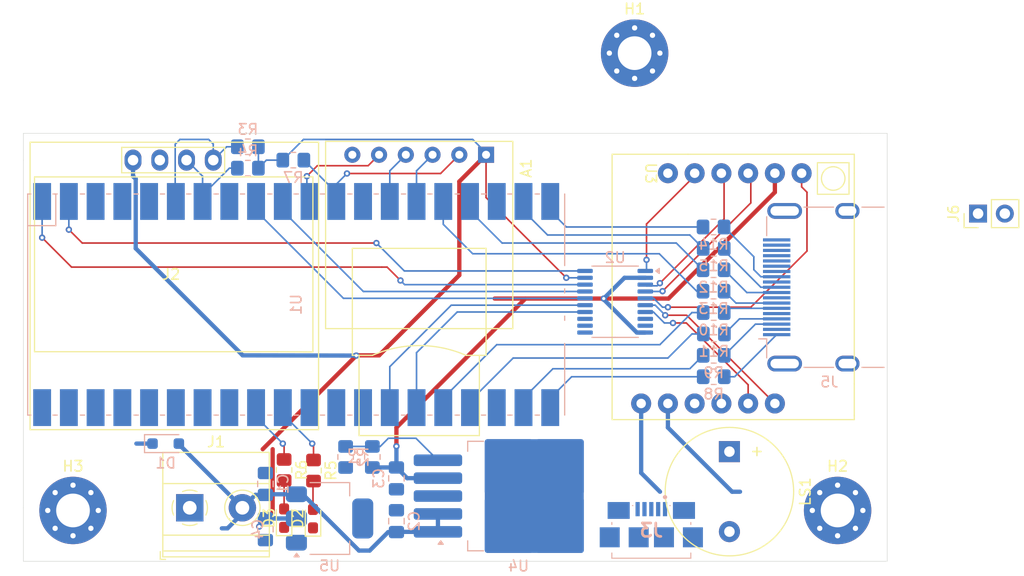
<source format=kicad_pcb>
(kicad_pcb (version 20221018) (generator pcbnew)
  (layers (0 "F.Cu" signal) (31 "B.Cu" signal) (34 "B.Paste" user) (35 "F.Paste" user) (36 "B.SilkS" user "B.Silkscreen") (37 "F.SilkS" user "F.Silkscreen") (38 "B.Mask" user) (39 "F.Mask" user) (44 "Edge.Cuts" user))
  (net 0 "")
  (net 1 "V_IN")
  (net 2 "GND")
  (net 3 "4V")
  (net 4 "3V3")
  (net 5 "Net-(D1-K)")
  (net 6 "Net-(D2-A)")
  (net 7 "Net-(D3-A)")
  (net 8 "Net-(J5-D2+)")
  (net 9 "Net-(J5-D2-)")
  (net 10 "Net-(J5-D1+)")
  (net 11 "Net-(J5-D1-)")
  (net 12 "Net-(J5-D0+)")
  (net 13 "Net-(J5-D0-)")
  (net 14 "Net-(J5-CK+)")
  (net 15 "Net-(J5-CK-)")
  (net 20 "5V_HDMI")
  (net 22 "Net-(U3-SPK+)")
  (net 23 "Net-(U3-SPK-)")
  (net 24 "Net-(U4-ADJ)")
  (net 25 "SDA")
  (net 26 "SCL")
  (net 27 "LED1")
  (net 28 "LED2")
  (net 29 "SD_CS")
  (net 30 "PICO_D2+")
  (net 31 "PICO_D2-")
  (net 32 "PICO_D1-")
  (net 33 "PICO_D1+")
  (net 34 "PICO_D0-")
  (net 35 "PICO_D0+")
  (net 36 "PICO_CK-")
  (net 37 "PICO_CK+")
  (net 38 "SIM_TX")
  (net 39 "SIM_RX")
  (net 40 "SIM_RST")
  (net 41 "SIM_NET")
  (net 42 "SIM_RING")
  (net 43 "SIM_DTR")
  (net 48 "PICO_DTR")
  (net 49 "PICO_RING")
  (net 50 "PICO_NET")
  (net 51 "PICO_RST")
  (net 52 "PICO_TX")
  (net 53 "PICO_RX")
  (net 54 "MISO")
  (net 55 "SCK")
  (net 56 "MOSI")
  (net 63 "5V")
  (footprint "MountingHole:MountingHole_3.2mm_M3_Pad_Via" (layer "F.Cu") (at 151.778 84.836)
    (fp_text reference "H1")
    (fp_text value "MountingHole_Pad")
  )
  (footprint "LED_SMD:LED_0603_1608Metric_Pad1.05x0.95mm_HandSolder" (layer "F.Cu") (at 118.487 129 90)
    (fp_text reference "D3")
    (fp_text value "LED")
  )
  (footprint "MountingHole:MountingHole_3.2mm_M3_Pad_Via" (layer "F.Cu") (at 98.438 128.27)
    (fp_text reference "H3")
    (fp_text value "MountingHole_Pad")
  )
  (footprint "Buzzer_Beeper:Buzzer_12x9.5RM7.6" (layer "F.Cu") (at 160.782 122.682 -90)
    (fp_text reference "LS1")
    (fp_text value "Speaker")
  )
  (footprint "SSD1306:128x64OLED" (layer "F.Cu") (at 107.76 105.596)
    (fp_text reference "J2")
    (fp_text value "OLED Display")
  )
  (footprint "SIM800L:SIM800L-CORE" (layer "F.Cu") (at 167.64 96.24 -90)
    (fp_text reference "U3")
    (fp_text value "SIM800L-CORE")
  )
  (footprint "TerminalBlock_Phoenix:TerminalBlock_Phoenix_MKDS-1,5-2_1x02_P5.00mm_Horizontal" (layer "F.Cu") (at 109.526 128.016)
    (fp_text reference "J1")
    (fp_text value "5V_in")
  )
  (footprint "Charleslabs_Parts:SD_Card_Module" (layer "F.Cu") (at 137.668 94.488 -90)
    (fp_text reference "A1")
    (fp_text value "SD_Card_Module")
  )
  (footprint "LED_SMD:LED_0603_1608Metric_Pad1.05x0.95mm_HandSolder" (layer "F.Cu") (at 121.231 129.048 90)
    (fp_text reference "D2")
    (fp_text value "LED")
  )
  (footprint "MountingHole:MountingHole_3.2mm_M3_Pad_Via" (layer "F.Cu") (at 171.056 128.27)
    (fp_text reference "H2")
    (fp_text value "MountingHole_Pad")
  )
  (footprint "Resistor_SMD:R_0805_2012Metric_Pad1.20x1.40mm_HandSolder" (layer "F.Cu") (at 121.281 124.476 -90)
    (fp_text reference "R5")
    (fp_text value "3k")
  )
  (footprint "Resistor_SMD:R_0805_2012Metric_Pad1.20x1.40mm_HandSolder" (layer "F.Cu") (at 118.487 124.428 -90)
    (fp_text reference "R6")
    (fp_text value "3k")
  )
  (footprint "Connector_PinHeader_2.54mm:PinHeader_1x02_P2.54mm_Vertical" (layer "F.Cu") (at 184.399 100.076 90)
    (fp_text reference "J6")
    (fp_text value "no_fit" hide)
  )
  (footprint "Resistor_SMD:R_0805_2012Metric_Pad1.20x1.40mm_HandSolder" (layer "B.Cu") (at 126.869 123.19 -90)
    (fp_text reference "R1")
    (fp_text value "22k")
  )
  (footprint "Capacitor_SMD:C_0805_2012Metric_Pad1.18x1.45mm_HandSolder" (layer "B.Cu") (at 116.709 125.7515 90)
    (fp_text reference "C1")
    (fp_text value "22u")
  )
  (footprint "Resistor_SMD:R_0805_2012Metric_Pad1.20x1.40mm_HandSolder" (layer "B.Cu") (at 159.29 109.474)
    (fp_text reference "R10")
    (fp_text value "270")
  )
  (footprint "RPi_Pico:RPi_Pico_SMD" (layer "B.Cu") (at 119.634 108.712 -90)
    (fp_text reference "U1")
    (fp_text value "Pico_SMD_NODEBUG" hide)
  )
  (footprint "Diode_SMD:D_SOD-323_HandSoldering" (layer "B.Cu") (at 107.24 121.92)
    (fp_text reference "D1")
    (fp_text value "D_Schottky")
  )
  (footprint "Capacitor_SMD:C_0805_2012Metric_Pad1.18x1.45mm_HandSolder" (layer "B.Cu") (at 116.709 130.048 -90)
    (fp_text reference "C4")
    (fp_text value "22u")
  )
  (footprint "Resistor_SMD:R_0805_2012Metric_Pad1.20x1.40mm_HandSolder" (layer "B.Cu") (at 159.306 111.506)
    (fp_text reference "R11")
    (fp_text value "270")
  )
  (footprint "Resistor_SMD:R_0805_2012Metric_Pad1.20x1.40mm_HandSolder" (layer "B.Cu") (at 115.046 93.726 180)
    (fp_text reference "R3")
    (fp_text value "10k")
  )
  (footprint "Resistor_SMD:R_0805_2012Metric_Pad1.20x1.40mm_HandSolder" (layer "B.Cu") (at 159.274 105.41)
    (fp_text reference "R12")
    (fp_text value "270")
  )
  (footprint "microUSB:ZX62AB5PA31" (layer "B.Cu") (at 153.364 130.157 180)
    (fp_text reference "J3")
    (fp_text value "ZX62-AB-5PA_31_" hide)
  )
  (footprint "Resistor_SMD:R_0805_2012Metric_Pad1.20x1.40mm_HandSolder" (layer "B.Cu") (at 124.329 123.19 90)
    (fp_text reference "R2")
    (fp_text value "10k")
  )
  (footprint "Package_TO_SOT_SMD:TO-263-5_TabPin3" (layer "B.Cu") (at 140.748 126.902)
    (fp_text reference "U4")
    (fp_text value "MIC29302WU")
  )
  (footprint "Package_TO_SOT_SMD:SOT-223-3_TabPin2" (layer "B.Cu") (at 122.805 129.032)
    (fp_text reference "U5")
    (fp_text value "AMS1117-3.3")
  )
  (footprint "Resistor_SMD:R_0805_2012Metric_Pad1.20x1.40mm_HandSolder" (layer "B.Cu") (at 159.274 107.442)
    (fp_text reference "R13")
    (fp_text value "270")
  )
  (footprint "Connector_HDMI:HDMI_A_Molex_208658-1001_Horizontal" (layer "B.Cu") (at 168.555 107.072)
    (fp_text reference "J5")
    (fp_text value "HDMI_A")
  )
  (footprint "Capacitor_SMD:C_0805_2012Metric_Pad1.18x1.45mm_HandSolder" (layer "B.Cu") (at 129.155 129.286 90)
    (fp_text reference "C2")
    (fp_text value "10u")
  )
  (footprint "Resistor_SMD:R_0805_2012Metric_Pad1.20x1.40mm_HandSolder" (layer "B.Cu") (at 115.046 95.758 180)
    (fp_text reference "R4")
    (fp_text value "10k")
  )
  (footprint "Resistor_SMD:R_0805_2012Metric_Pad1.20x1.40mm_HandSolder" (layer "B.Cu") (at 159.29 113.538)
    (fp_text reference "R9")
    (fp_text value "270")
  )
  (footprint "Resistor_SMD:R_0805_2012Metric_Pad1.20x1.40mm_HandSolder" (layer "B.Cu") (at 159.29 115.57)
    (fp_text reference "R8")
    (fp_text value "270")
  )
  (footprint "Resistor_SMD:R_0805_2012Metric_Pad1.20x1.40mm_HandSolder" (layer "B.Cu") (at 159.274 101.346)
    (fp_text reference "R14")
    (fp_text value "270")
  )
  (footprint "Capacitor_SMD:C_0805_2012Metric_Pad1.18x1.45mm_HandSolder" (layer "B.Cu") (at 129.155 125.222 -90)
    (fp_text reference "C3")
    (fp_text value "22u")
  )
  (footprint "Resistor_SMD:R_0805_2012Metric_Pad1.20x1.40mm_HandSolder" (layer "B.Cu") (at 119.364 94.996)
    (fp_text reference "R7")
    (fp_text value "10k")
  )
  (footprint "Resistor_SMD:R_0805_2012Metric_Pad1.20x1.40mm_HandSolder" (layer "B.Cu") (at 159.29 103.378)
    (fp_text reference "R15")
    (fp_text value "270")
  )
  (footprint "Package_SO:TSSOP-20_4.4x6.5mm_P0.65mm" (layer "B.Cu") (at 149.9285 108.447 180)
    (fp_text reference "U2")
    (fp_text value "TXS0108EPW")
  )
  (gr_line (start 175.768 94.996) (end 175.768 92.456) (stroke (width 0.05)) (layer "Edge.Cuts"))
  (gr_line (start 93.726 94.996) (end 93.726 128.016) (stroke (width 0.05)) (layer "Edge.Cuts"))
  (gr_line (start 175.768 133.096) (end 173.228 133.096) (stroke (width 0.05)) (layer "Edge.Cuts"))
  (gr_line (start 175.768 128.016) (end 175.768 94.996) (stroke (width 0.05)) (layer "Edge.Cuts"))
  (gr_line (start 175.768 92.456) (end 173.228 92.456) (stroke (width 0.05)) (layer "Edge.Cuts"))
  (gr_line (start 173.228 133.096) (end 93.726 133.096) (stroke (width 0.05)) (layer "Edge.Cuts"))
  (gr_line (start 93.726 133.096) (end 93.726 128.016) (stroke (width 0.05)) (layer "Edge.Cuts"))
  (gr_line (start 93.726 92.456) (end 93.726 94.996) (stroke (width 0.05)) (layer "Edge.Cuts"))
  (gr_line (start 173.228 92.456) (end 93.726 92.456) (stroke (width 0.05)) (layer "Edge.Cuts"))
  (gr_line (start 175.768 128.016) (end 175.768 133.096) (stroke (width 0.05)) (layer "Edge.Cuts"))
  (segment (start 116.709 126.789) (end 115.753 126.789) (width 0.4064) (layer "B.Cu") (net 1))
  (segment (start 114.526 128.552) (end 114.526 128.016) (width 0.4064) (layer "B.Cu") (net 1))
  (segment (start 119.655 126.732) (end 116.766 126.732) (width 0.4064) (layer "B.Cu") (net 1))
  (segment (start 125.599 132.08) (end 120.251 126.732) (width 0.4064) (layer "B.Cu") (net 1))
  (segment (start 129.155 130.3235) (end 128.3715 130.3235) (width 0.4064) (layer "B.Cu") (net 1))
  (segment (start 108.49 121.92) (end 108.49 121.98) (width 0.4064) (layer "B.Cu") (net 1))
  (segment (start 133.098 130.302) (end 129.1765 130.302) (width 0.4064) (layer "B.Cu") (net 1))
  (segment (start 112.574 129.968) (end 113.11 129.968) (width 0.4064) (layer "B.Cu") (net 1))
  (segment (start 129.1765 130.302) (end 129.155 130.3235) (width 0.4064) (layer "B.Cu") (net 1))
  (segment (start 115.753 126.789) (end 114.526 128.016) (width 0.4064) (layer "B.Cu") (net 1))
  (segment (start 133.098 130.302) (end 133.098 128.602) (width 0.4064) (layer "B.Cu") (net 1))
  (segment (start 126.615 132.08) (end 125.599 132.08) (width 0.4064) (layer "B.Cu") (net 1))
  (segment (start 128.3715 130.3235) (end 126.615 132.08) (width 0.4064) (layer "B.Cu") (net 1))
  (segment (start 113.11 129.968) (end 114.526 128.552) (width 0.4064) (layer "B.Cu") (net 1))
  (segment (start 120.251 126.732) (end 119.655 126.732) (width 0.4064) (layer "B.Cu") (net 1))
  (segment (start 108.49 121.98) (end 114.526 128.016) (width 0.4064) (layer "B.Cu") (net 1))
  (segment (start 129.155 120.396) (end 129.155 122.174) (width 0.4064) (layer "F.Cu") (net 3))
  (segment (start 154.9988 108.1452) (end 148.844 108.1452) (width 0.4064) (layer "F.Cu") (net 3))
  (segment (start 141.4058 108.1452) (end 129.155 120.396) (width 0.4064) (layer "F.Cu") (net 3))
  (segment (start 165.1 96.24) (end 165.1 98.044) (width 0.4064) (layer "F.Cu") (net 3))
  (segment (start 148.844 108.1452) (end 138.4888 108.1452) (width 0.4064) (layer "F.Cu") (net 3))
  (segment (start 165.1 98.044) (end 154.9988 108.1452) (width 0.4064) (layer "F.Cu") (net 3))
  (via (at 148.844 108.1452) (size 0.6) (drill 0.3) (layers "F.Cu" "B.Cu") (net 3))
  (via (at 129.155 122.174) (size 0.6) (drill 0.3) (layers "F.Cu" "B.Cu") (net 3))
  (segment (start 148.844 108.226904) (end 148.844 108.1452) (width 0.4064) (layer "B.Cu") (net 3))
  (segment (start 129.155 122.174) (end 129.155 124.1845) (width 0.4064) (layer "B.Cu") (net 3))
  (segment (start 152.791 106.172) (end 150.8172 106.172) (width 0.4064) (layer "B.Cu") (net 3))
  (segment (start 152.791 111.372) (end 151.989096 111.372) (width 0.4064) (layer "B.Cu") (net 3))
  (segment (start 129.155 124.1845) (end 126.8745 124.1845) (width 0.4064) (layer "B.Cu") (net 3))
  (segment (start 150.8172 106.172) (end 148.844 108.1452) (width 0.4064) (layer "B.Cu") (net 3))
  (segment (start 151.989096 111.372) (end 148.844 108.226904) (width 0.4064) (layer "B.Cu") (net 3))
  (segment (start 126.8745 124.1845) (end 126.869 124.19) (width 0.4064) (layer "B.Cu") (net 3))
  (segment (start 130.1725 125.202) (end 129.155 124.1845) (width 0.4064) (layer "B.Cu") (net 3))
  (segment (start 133.098 125.202) (end 130.1725 125.202) (width 0.4064) (layer "B.Cu") (net 3))
  (segment (start 127.508 113.538) (end 125.366525 113.538) (width 0.4064) (layer "F.Cu") (net 4))
  (segment (start 137.668 98.552) (end 145.288 106.172) (width 0.1524) (layer "F.Cu") (net 4))
  (segment (start 137.668 94.488) (end 137.668 98.552) (width 0.1524) (layer "F.Cu") (net 4))
  (segment (start 127.508 113.538) (end 135.128 105.918) (width 0.4064) (layer "F.Cu") (net 4))
  (segment (start 116.13 129.794) (end 117.4 128.524) (width 0.4064) (layer "F.Cu") (net 4))
  (segment (start 135.128 97.028) (end 137.668 94.488) (width 0.4064) (layer "F.Cu") (net 4))
  (segment (start 125.366525 113.538) (end 125.345 113.559525) (width 0.4064) (layer "F.Cu") (net 4))
  (segment (start 135.128 105.918) (end 135.128 97.028) (width 0.4064) (layer "F.Cu") (net 4))
  (segment (start 117.4 128.524) (end 117.4 122.449525) (width 0.4064) (layer "F.Cu") (net 4))
  (segment (start 116.455 122.449525) (end 125.345 113.559525) (width 0.4064) (layer "F.Cu") (net 4))
  (via (at 145.288 106.172) (size 0.6) (drill 0.3) (layers "F.Cu" "B.Cu") (net 4))
  (via (at 116.13 129.794) (size 0.6) (drill 0.3) (layers "F.Cu" "B.Cu") (net 4))
  (via (at 125.345 113.559525) (size 0.6) (drill 0.3) (layers "F.Cu" "B.Cu") (net 4))
  (segment (start 116.046 95.758) (end 116.046 93.726) (width 0.1524) (layer "B.Cu") (net 4))
  (segment (start 117.6755 129.032) (end 117.654 129.0105) (width 0.4064) (layer "B.Cu") (net 4))
  (segment (start 118.364 94.996) (end 116.808 94.996) (width 0.1524) (layer "B.Cu") (net 4))
  (segment (start 120.3278 93.0322) (end 136.398 93.0322) (width 0.1524) (layer "B.Cu") (net 4))
  (segment (start 116.9135 129.0105) (end 116.13 129.794) (width 0.4064) (layer "B.Cu") (net 4))
  (segment (start 104.14 96.5316) (end 104.14 94.996) (width 0.4064) (layer "B.Cu") (net 4))
  (segment (start 137.668 94.3022) (end 137.668 94.488) (width 0.1524) (layer "B.Cu") (net 4))
  (segment (start 104.394 103.378) (end 104.394 96.7856) (width 0.4064) (layer "B.Cu") (net 4))
  (segment (start 114.554 113.538) (end 104.394 103.378) (width 0.4064) (layer "B.Cu") (net 4))
  (segment (start 145.288 106.172) (end 147.066 106.172) (width 0.1524) (layer "B.Cu") (net 4))
  (segment (start 119.655 129.032) (end 116.7305 129.032) (width 0.4064) (layer "B.Cu") (net 4))
  (segment (start 118.364 94.996) (end 120.3278 93.0322) (width 0.1524) (layer "B.Cu") (net 4))
  (segment (start 125.345 113.559525) (end 114.554 113.538) (width 0.4064) (layer "B.Cu") (net 4))
  (segment (start 116.808 94.996) (end 116.046 95.758) (width 0.1524) (layer "B.Cu") (net 4))
  (segment (start 104.394 96.7856) (end 104.14 96.5316) (width 0.4064) (layer "B.Cu") (net 4))
  (segment (start 136.398 93.0322) (end 137.668 94.3022) (width 0.1524) (layer "B.Cu") (net 4))
  (segment (start 117.654 129.0105) (end 116.9135 129.0105) (width 0.4064) (layer "B.Cu") (net 4))
  (segment (start 105.99 121.92) (end 104.4576 121.92) (width 0.4064) (layer "B.Cu") (net 5))
  (segment (start 98.044 119.3684) (end 98.044 117.602) (width 0.4064) (layer "B.Cu") (net 5))
  (segment (start 121.231 128.173) (end 121.231 125.526) (width 0.1524) (layer "F.Cu") (net 6))
  (segment (start 121.231 125.526) (end 121.281 125.476) (width 0.1524) (layer "F.Cu") (net 6))
  (segment (start 118.487 128.125) (end 118.487 125.428) (width 0.1524) (layer "F.Cu") (net 7))
  (segment (start 161.272 115.57) (end 160.29 115.57) (width 0.1524) (layer "B.Cu") (net 8))
  (segment (start 165.27 111.572) (end 161.272 115.57) (width 0.1524) (layer "B.Cu") (net 8))
  (segment (start 163.256 110.572) (end 160.29 113.538) (width 0.1524) (layer "B.Cu") (net 9))
  (segment (start 165.27 110.572) (end 163.256 110.572) (width 0.1524) (layer "B.Cu") (net 9))
  (segment (start 165.27 110.072) (end 161.74 110.072) (width 0.1524) (layer "B.Cu") (net 10))
  (segment (start 161.74 110.072) (end 160.306 111.506) (width 0.1524) (layer "B.Cu") (net 10))
  (segment (start 165.27 109.072) (end 160.692 109.072) (width 0.1524) (layer "B.Cu") (net 11))
  (segment (start 160.692 109.072) (end 160.29 109.474) (width 0.1524) (layer "B.Cu") (net 11))
  (segment (start 161.404 108.572) (end 160.274 107.442) (width 0.1524) (layer "B.Cu") (net 12))
  (segment (start 165.27 108.572) (end 161.404 108.572) (width 0.1524) (layer "B.Cu") (net 12))
  (segment (start 162.436 107.572) (end 160.274 105.41) (width 0.1524) (layer "B.Cu") (net 13))
  (segment (start 165.27 107.572) (end 162.436 107.572) (width 0.1524) (layer "B.Cu") (net 13))
  (segment (start 160.29 103.5944) (end 160.29 103.378) (width 0.1524) (layer "B.Cu") (net 14))
  (segment (start 165.27 107.072) (end 163.7676 107.072) (width 0.1524) (layer "B.Cu") (net 14))
  (segment (start 163.7676 107.072) (end 160.29 103.5944) (width 0.1524) (layer "B.Cu") (net 14))
  (segment (start 163.1 104.172) (end 160.274 101.346) (width 0.1524) (layer "B.Cu") (net 15))
  (segment (start 165.27 106.072) (end 163.7676 106.072) (width 0.1524) (layer "B.Cu") (net 15))
  (segment (start 163.1 105.4044) (end 163.1 104.172) (width 0.1524) (layer "B.Cu") (net 15))
  (segment (start 163.7676 106.072) (end 163.1 105.4044) (width 0.1524) (layer "B.Cu") (net 15))
  (segment (start 154.94 120.396) (end 154.94 118.11) (width 0.4064) (layer "B.Cu") (net 22))
  (segment (start 161.036 126.492) (end 161.788 126.492) (width 0.4064) (layer "B.Cu") (net 22))
  (segment (start 154.94 120.396) (end 161.036 126.492) (width 0.4064) (layer "B.Cu") (net 22))
  (segment (start 152.4 118.11) (end 152.4 124.704) (width 0.4064) (layer "B.Cu") (net 23))
  (segment (start 152.4 124.704) (end 154.188 126.492) (width 0.4064) (layer "B.Cu") (net 23))
  (segment (start 131.008 121.412) (end 128.393 121.412) (width 0.1524) (layer "B.Cu") (net 24))
  (segment (start 133.098 123.502) (end 131.008 121.412) (width 0.1524) (layer "B.Cu") (net 24))
  (segment (start 128.393 121.412) (end 127.615 122.19) (width 0.1524) (layer "B.Cu") (net 24))
  (segment (start 126.869 122.19) (end 124.329 122.19) (width 0.1524) (layer "B.Cu") (net 24))
  (segment (start 127.615 122.19) (end 126.869 122.19) (width 0.1524) (layer "B.Cu") (net 24))
  (segment (start 108.1438 93.48) (end 108.5916 93.0322) (width 0.1524) (layer "B.Cu") (net 25))
  (segment (start 114.046 93.726) (end 113.03 93.726) (width 0.1524) (layer "B.Cu") (net 25))
  (segment (start 108.5916 93.0322) (end 111.3202 93.0322) (width 0.1524) (layer "B.Cu") (net 25))
  (segment (start 113.03 93.726) (end 111.76 94.996) (width 0.1524) (layer "B.Cu") (net 25))
  (segment (start 108.1438 99.7618) (end 108.1438 93.48) (width 0.1524) (layer "B.Cu") (net 25))
  (segment (start 108.204 99.822) (end 108.1438 99.7618) (width 0.1524) (layer "B.Cu") (net 25))
  (segment (start 111.3202 93.0322) (end 111.76 93.472) (width 0.1524) (layer "B.Cu") (net 25))
  (segment (start 111.76 93.472) (end 111.76 94.996) (width 0.1524) (layer "B.Cu") (net 25))
  (segment (start 110.744 96.52) (end 109.22 94.996) (width 0.1524) (layer "B.Cu") (net 26))
  (segment (start 114.046 95.758) (end 113.2956 95.758) (width 0.1524) (layer "B.Cu") (net 26))
  (segment (start 110.744 99.822) (end 110.744 96.52) (width 0.1524) (layer "B.Cu") (net 26))
  (segment (start 113.2956 95.758) (end 110.744 98.3096) (width 0.1524) (layer "B.Cu") (net 26))
  (segment (start 110.744 98.3096) (end 110.744 99.822) (width 0.1524) (layer "B.Cu") (net 26))
  (segment (start 121.281 122.043) (end 121.158 121.92) (width 0.1524) (layer "F.Cu") (net 27))
  (segment (start 121.281 123.476) (end 121.281 122.043) (width 0.1524) (layer "F.Cu") (net 27))
  (via (at 121.158 121.92) (size 0.6) (drill 0.3) (layers "F.Cu" "B.Cu") (net 27))
  (segment (start 121.158 121.92) (end 118.364 119.126) (width 0.1524) (layer "B.Cu") (net 27))
  (segment (start 118.364 119.126) (end 118.364 117.602) (width 0.1524) (layer "B.Cu") (net 27))
  (segment (start 118.487 122.043) (end 118.364 121.92) (width 0.1524) (layer "F.Cu") (net 28))
  (segment (start 118.487 123.428) (end 118.487 122.043) (width 0.1524) (layer "F.Cu") (net 28))
  (via (at 118.364 121.92) (size 0.6) (drill 0.3) (layers "F.Cu" "B.Cu") (net 28))
  (segment (start 115.824 119.38) (end 118.364 121.92) (width 0.1524) (layer "B.Cu") (net 28))
  (segment (start 115.824 117.602) (end 115.824 119.38) (width 0.1524) (layer "B.Cu") (net 28))
  (segment (start 135.128 94.488) (end 133.35 96.266) (width 0.1524) (layer "F.Cu") (net 29))
  (segment (start 133.35 96.266) (end 124.46 96.266) (width 0.1524) (layer "F.Cu") (net 29))
  (via (at 124.46 96.266) (size 0.6) (drill 0.3) (layers "F.Cu" "B.Cu") (net 29))
  (segment (start 123.444 99.822) (end 123.444 98.076) (width 0.1524) (layer "B.Cu") (net 29))
  (segment (start 123.444 98.076) (end 120.364 94.996) (width 0.1524) (layer "B.Cu") (net 29))
  (segment (start 123.444 97.282) (end 123.444 99.822) (width 0.1524) (layer "B.Cu") (net 29))
  (segment (start 124.46 96.266) (end 123.444 97.282) (width 0.1524) (layer "B.Cu") (net 29))
  (segment (start 145.796 115.57) (end 143.764 117.602) (width 0.1524) (layer "B.Cu") (net 30))
  (segment (start 158.29 115.57) (end 145.796 115.57) (width 0.1524) (layer "B.Cu") (net 30))
  (segment (start 158.29 113.538) (end 157.02 114.808) (width 0.1524) (layer "B.Cu") (net 31))
  (segment (start 144.018 114.808) (end 141.224 117.602) (width 0.1524) (layer "B.Cu") (net 31))
  (segment (start 157.02 114.808) (end 144.018 114.808) (width 0.1524) (layer "B.Cu") (net 31))
  (segment (start 154.178 112.522) (end 138.684 112.522) (width 0.1524) (layer "B.Cu") (net 32))
  (segment (start 158.29 109.474) (end 157.226 109.474) (width 0.1524) (layer "B.Cu") (net 32))
  (segment (start 138.684 112.522) (end 133.604 117.602) (width 0.1524) (layer "B.Cu") (net 32))
  (segment (start 157.226 109.474) (end 154.178 112.522) (width 0.1524) (layer "B.Cu") (net 32))
  (segment (start 140.2416 113.792) (end 136.4316 117.602) (width 0.1524) (layer "B.Cu") (net 33))
  (segment (start 136.4316 117.602) (end 136.144 117.602) (width 0.1524) (layer "B.Cu") (net 33))
  (segment (start 157.226 111.506) (end 154.94 113.792) (width 0.1524) (layer "B.Cu") (net 33))
  (segment (start 158.306 111.506) (end 157.226 111.506) (width 0.1524) (layer "B.Cu") (net 33))
  (segment (start 154.94 113.792) (end 140.2416 113.792) (width 0.1524) (layer "B.Cu") (net 33))
  (segment (start 158.274 105.41) (end 155.734 102.87) (width 0.1524) (layer "B.Cu") (net 34))
  (segment (start 155.734 102.87) (end 139.192 102.87) (width 0.1524) (layer "B.Cu") (net 34))
  (segment (start 139.192 102.87) (end 136.144 99.822) (width 0.1524) (layer "B.Cu") (net 34))
  (segment (start 136.398 103.886) (end 133.604 101.092) (width 0.1524) (layer "B.Cu") (net 35))
  (segment (start 133.604 101.092) (end 133.604 99.822) (width 0.1524) (layer "B.Cu") (net 35))
  (segment (start 158.274 107.442) (end 157.674 107.442) (width 0.1524) (layer "B.Cu") (net 35))
  (segment (start 154.118 103.886) (end 136.398 103.886) (width 0.1524) (layer "B.Cu") (net 35))
  (segment (start 157.674 107.442) (end 154.118 103.886) (width 0.1524) (layer "B.Cu") (net 35))
  (segment (start 158.274 101.346) (end 145.288 101.346) (width 0.1524) (layer "B.Cu") (net 36))
  (segment (start 145.288 101.346) (end 143.764 99.822) (width 0.1524) (layer "B.Cu") (net 36))
  (segment (start 143.51 102.108) (end 141.224 99.822) (width 0.1524) (layer "B.Cu") (net 37))
  (segment (start 157.02 102.108) (end 143.51 102.108) (width 0.1524) (layer "B.Cu") (net 37))
  (segment (start 158.29 103.378) (end 157.02 102.108) (width 0.1524) (layer "B.Cu") (net 37))
  (segment (start 152.908 101.066) (end 152.908 102.362) (width 0.1524) (layer "F.Cu") (net 38))
  (segment (start 152.908 102.362) (end 152.908 104.4622) (width 0.1524) (layer "F.Cu") (net 38))
  (segment (start 157.734 96.24) (end 152.908 101.066) (width 0.1524) (layer "F.Cu") (net 38))
  (via (at 152.908 104.4622) (size 0.6) (drill 0.3) (layers "F.Cu" "B.Cu") (net 38))
  (segment (start 152.908 105.405) (end 152.791 105.522) (width 0.1524) (layer "B.Cu") (net 38))
  (segment (start 152.908 104.4622) (end 152.908 105.405) (width 0.1524) (layer "B.Cu") (net 38))
  (segment (start 160.274 96.24) (end 160.274 100.584) (width 0.1524) (layer "F.Cu") (net 39))
  (segment (start 160.274 100.584) (end 154.178 106.68) (width 0.1524) (layer "F.Cu") (net 39))
  (via (at 154.178 106.68) (size 0.6) (drill 0.3) (layers "F.Cu" "B.Cu") (net 39))
  (segment (start 154.178 106.68) (end 153.924 106.934) (width 0.1524) (layer "B.Cu") (net 39))
  (segment (start 152.903 106.934) (end 152.791 106.822) (width 0.1524) (layer "B.Cu") (net 39))
  (segment (start 153.924 106.934) (end 152.903 106.934) (width 0.1524) (layer "B.Cu") (net 39))
  (segment (start 162.814 96.24) (end 162.814 99.06) (width 0.1524) (layer "F.Cu") (net 40))
  (segment (start 162.814 99.06) (end 154.432 107.442) (width 0.1524) (layer "F.Cu") (net 40))
  (via (at 154.432 107.442) (size 0.6) (drill 0.3) (layers "F.Cu" "B.Cu") (net 40))
  (segment (start 154.402 107.472) (end 152.791 107.472) (width 0.1524) (layer "B.Cu") (net 40))
  (segment (start 154.432 107.442) (end 154.402 107.472) (width 0.1524) (layer "B.Cu") (net 40))
  (segment (start 168.148 103.632) (end 162.814 108.966) (width 0.1524) (layer "F.Cu") (net 41))
  (segment (start 162.814 108.966) (end 154.94 108.966) (width 0.1524) (layer "F.Cu") (net 41))
  (segment (start 167.64 97.536) (end 168.148 98.044) (width 0.1524) (layer "F.Cu") (net 41))
  (segment (start 168.148 98.044) (end 168.148 103.632) (width 0.1524) (layer "F.Cu") (net 41))
  (segment (start 167.64 96.619266) (end 167.64 97.536) (width 0.1524) (layer "F.Cu") (net 41))
  (segment (start 167.260734 96.24) (end 167.64 96.619266) (width 0.1524) (layer "F.Cu") (net 41))
  (via (at 154.94 108.966) (size 0.6) (drill 0.3) (layers "F.Cu" "B.Cu") (net 41))
  (segment (start 154.432 108.966) (end 153.588 108.122) (width 0.1524) (layer "B.Cu") (net 41))
  (segment (start 154.94 108.966) (end 154.432 108.966) (width 0.1524) (layer "B.Cu") (net 41))
  (segment (start 153.588 108.122) (end 152.791 108.122) (width 0.1524) (layer "B.Cu") (net 41))
  (segment (start 165.1 118.11) (end 156.718 109.728) (width 0.1524) (layer "F.Cu") (net 42))
  (segment (start 156.718 109.728) (end 154.686 109.728) (width 0.1524) (layer "F.Cu") (net 42))
  (via (at 154.686 109.728) (size 0.6) (drill 0.3) (layers "F.Cu" "B.Cu") (net 42))
  (segment (start 153.73 108.772) (end 152.791 108.772) (width 0.1524) (layer "B.Cu") (net 42))
  (segment (start 154.686 109.728) (end 153.73 108.772) (width 0.1524) (layer "B.Cu") (net 42))
  (segment (start 161.036 114.808) (end 156.691565 110.463565) (width 0.1524) (layer "F.Cu") (net 43))
  (segment (start 162.56 116.332) (end 161.036 114.808) (width 0.1524) (layer "F.Cu") (net 43))
  (segment (start 156.691565 110.463565) (end 155.421565 110.463565) (width 0.1524) (layer "F.Cu") (net 43))
  (segment (start 162.56 118.11) (end 162.56 116.332) (width 0.1524) (layer "F.Cu") (net 43))
  (via (at 155.421565 110.463565) (size 0.6) (drill 0.3) (layers "F.Cu" "B.Cu") (net 43))
  (segment (start 154.606695 110.463565) (end 153.56513 109.422) (width 0.1524) (layer "B.Cu") (net 43))
  (segment (start 153.56513 109.422) (end 152.791 109.422) (width 0.1524) (layer "B.Cu") (net 43))
  (segment (start 155.421565 110.463565) (end 154.606695 110.463565) (width 0.1524) (layer "B.Cu") (net 43))
  (segment (start 134.926 109.422) (end 131.064 113.284) (width 0.1524) (layer "B.Cu") (net 48))
  (segment (start 131.064 113.284) (end 131.064 117.602) (width 0.1524) (layer "B.Cu") (net 48))
  (segment (start 147.066 109.422) (end 134.926 109.422) (width 0.1524) (layer "B.Cu") (net 48))
  (segment (start 134.366 108.772) (end 128.524 114.614) (width 0.1524) (layer "B.Cu") (net 49))
  (segment (start 147.066 108.772) (end 134.366 108.772) (width 0.1524) (layer "B.Cu") (net 49))
  (segment (start 128.524 114.614) (end 128.524 117.602) (width 0.1524) (layer "B.Cu") (net 49))
  (segment (start 147.066 108.122) (end 124.124 108.122) (width 0.1524) (layer "B.Cu") (net 50))
  (segment (start 124.124 108.122) (end 115.824 99.822) (width 0.1524) (layer "B.Cu") (net 50))
  (segment (start 147.066 107.472) (end 126.014 107.472) (width 0.1524) (layer "B.Cu") (net 51))
  (segment (start 126.014 107.472) (end 118.364 99.822) (width 0.1524) (layer "B.Cu") (net 51))
  (segment (start 98.298 105.156) (end 95.504 102.362) (width 0.1524) (layer "F.Cu") (net 52))
  (segment (start 129.54 106.426) (end 128.27 105.156) (width 0.1524) (layer "F.Cu") (net 52))
  (segment (start 128.27 105.156) (end 127.762 105.156) (width 0.1524) (layer "F.Cu") (net 52))
  (segment (start 127.762 105.156) (end 98.298 105.156) (width 0.1524) (layer "F.Cu") (net 52))
  (via (at 95.504 102.362) (size 0.6) (drill 0.3) (layers "F.Cu" "B.Cu") (net 52))
  (via (at 129.54 106.426) (size 0.6) (drill 0.3) (layers "F.Cu" "B.Cu") (net 52))
  (segment (start 147.066 106.822) (end 129.936 106.822) (width 0.1524) (layer "B.Cu") (net 52))
  (segment (start 95.504 102.362) (end 95.504 99.822) (width 0.1524) (layer "B.Cu") (net 52))
  (segment (start 129.936 106.822) (end 129.54 106.426) (width 0.1524) (layer "B.Cu") (net 52))
  (segment (start 127.254 102.87) (end 99.314 102.87) (width 0.1524) (layer "F.Cu") (net 53))
  (segment (start 99.314 102.87) (end 98.044 101.6) (width 0.1524) (layer "F.Cu") (net 53))
  (via (at 127.254 102.87) (size 0.6) (drill 0.3) (layers "F.Cu" "B.Cu") (net 53))
  (via (at 98.044 101.6) (size 0.6) (drill 0.3) (layers "F.Cu" "B.Cu") (net 53))
  (segment (start 129.906 105.522) (end 127.254 102.87) (width 0.1524) (layer "B.Cu") (net 53))
  (segment (start 98.044 101.6) (end 98.044 99.822) (width 0.1524) (layer "B.Cu") (net 53))
  (segment (start 147.066 105.522) (end 129.906 105.522) (width 0.1524) (layer "B.Cu") (net 53))
  (segment (start 127.508 94.488) (end 126.4698 95.5262) (width 0.1524) (layer "F.Cu") (net 54))
  (segment (start 126.4698 95.5262) (end 121.6438 95.5262) (width 0.1524) (layer "F.Cu") (net 54))
  (segment (start 121.6438 95.5262) (end 120.65 96.52) (width 0.1524) (layer "F.Cu") (net 54))
  (via (at 120.65 96.52) (size 0.6) (drill 0.3) (layers "F.Cu" "B.Cu") (net 54))
  (segment (start 120.65 99.568) (end 120.904 99.822) (width 0.1524) (layer "B.Cu") (net 54))
  (segment (start 120.65 96.52) (end 120.65 99.568) (width 0.1524) (layer "B.Cu") (net 54))
  (segment (start 128.524 96.012) (end 130.048 94.488) (width 0.1524) (layer "B.Cu") (net 55))
  (segment (start 128.524 99.822) (end 128.524 96.012) (width 0.1524) (layer "B.Cu") (net 55))
  (segment (start 131.064 99.822) (end 131.064 96.012) (width 0.1524) (layer "B.Cu") (net 56))
  (segment (start 131.064 96.012) (end 132.588 94.488) (width 0.1524) (layer "B.Cu") (net 56))
)
</source>
